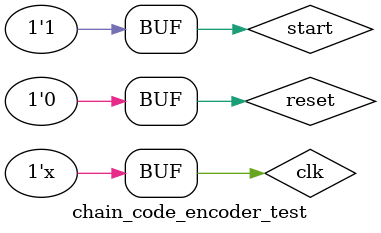
<source format=v>
`timescale 1ns / 1ps

module chain_code_encoder_test;

	// Inputs
	reg reset;
	reg clk;
	reg start;

	// Outputs
	wire [7:0] code;
	wire done;
	wire error;
	wire [8:0] perimeter;
	wire [11:0] area;
	wire [5:0] startX;
	wire [5:0] startY;

	// Instantiate the Unit Under Test (UUT)
	chain_code_encoder uut (
		.reset(reset), 
		.clk(clk), 
		.start(start), 
		.code(code), 
		.done(done), 
		.error(error), 
		.perimeter(perimeter), 
		.area(area), 
		.startX(startX), 
		.startY(startY)
	);
	
	always #1 clk = ~clk;

	initial begin
		reset = 0;
		clk = 0;
		start = 1;
	end
	  
endmodule


</source>
